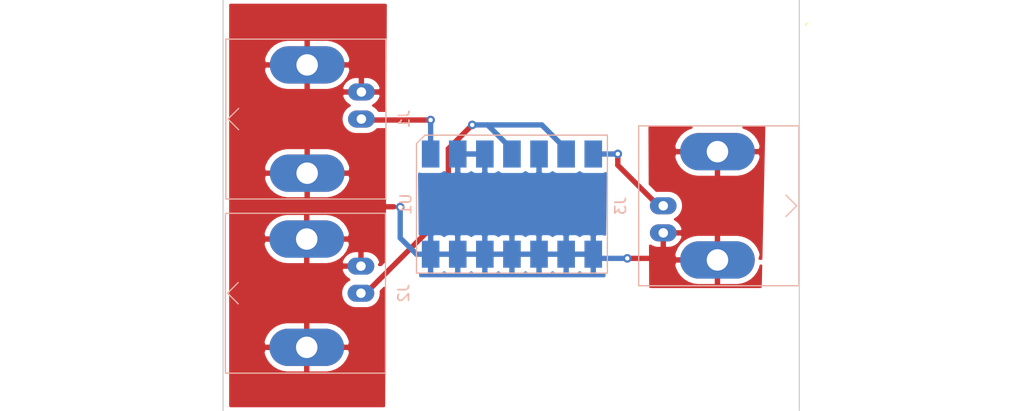
<source format=kicad_pcb>
(kicad_pcb (version 20171130) (host pcbnew "(5.1.4)-1")

  (general
    (thickness 1.6)
    (drawings 6)
    (tracks 39)
    (zones 0)
    (modules 4)
    (nets 5)
  )

  (page A4)
  (layers
    (0 F.Cu signal)
    (31 B.Cu signal)
    (32 B.Adhes user hide)
    (33 F.Adhes user hide)
    (34 B.Paste user hide)
    (35 F.Paste user hide)
    (36 B.SilkS user hide)
    (37 F.SilkS user hide)
    (38 B.Mask user hide)
    (39 F.Mask user hide)
    (40 Dwgs.User user hide)
    (41 Cmts.User user hide)
    (42 Eco1.User user hide)
    (43 Eco2.User user hide)
    (44 Edge.Cuts user hide)
    (45 Margin user hide)
    (46 B.CrtYd user hide)
    (47 F.CrtYd user hide)
    (48 B.Fab user hide)
    (49 F.Fab user hide)
  )

  (setup
    (last_trace_width 0.5)
    (trace_clearance 0.2)
    (zone_clearance 0.508)
    (zone_45_only no)
    (trace_min 0.2)
    (via_size 0.8)
    (via_drill 0.4)
    (via_min_size 0.4)
    (via_min_drill 0.3)
    (uvia_size 0.3)
    (uvia_drill 0.1)
    (uvias_allowed no)
    (uvia_min_size 0.2)
    (uvia_min_drill 0.1)
    (edge_width 0.05)
    (segment_width 0.2)
    (pcb_text_width 0.3)
    (pcb_text_size 1.5 1.5)
    (mod_edge_width 0.12)
    (mod_text_size 1 1)
    (mod_text_width 0.15)
    (pad_size 1.524 1.524)
    (pad_drill 0.762)
    (pad_to_mask_clearance 0.051)
    (solder_mask_min_width 0.25)
    (aux_axis_origin 0 0)
    (visible_elements 7FFFFFFF)
    (pcbplotparams
      (layerselection 0x01000_ffffffff)
      (usegerberextensions false)
      (usegerberattributes false)
      (usegerberadvancedattributes false)
      (creategerberjobfile false)
      (excludeedgelayer true)
      (linewidth 0.100000)
      (plotframeref false)
      (viasonmask false)
      (mode 1)
      (useauxorigin false)
      (hpglpennumber 1)
      (hpglpenspeed 20)
      (hpglpendiameter 15.000000)
      (psnegative false)
      (psa4output false)
      (plotreference true)
      (plotvalue true)
      (plotinvisibletext false)
      (padsonsilk false)
      (subtractmaskfromsilk false)
      (outputformat 1)
      (mirror false)
      (drillshape 0)
      (scaleselection 1)
      (outputdirectory ""))
  )

  (net 0 "")
  (net 1 GND)
  (net 2 "Net-(J1-Pad1)")
  (net 3 "Net-(J2-Pad1)")
  (net 4 "Net-(J3-Pad1)")

  (net_class Default "Dies ist die voreingestellte Netzklasse."
    (clearance 0.2)
    (trace_width 0.5)
    (via_dia 0.8)
    (via_drill 0.4)
    (uvia_dia 0.3)
    (uvia_drill 0.1)
    (add_net GND)
    (add_net "Net-(J1-Pad1)")
    (add_net "Net-(J2-Pad1)")
    (add_net "Net-(J3-Pad1)")
  )

  (net_class Fett ""
    (clearance 0.5)
    (trace_width 1)
    (via_dia 0.8)
    (via_drill 0.4)
    (uvia_dia 0.3)
    (uvia_drill 0.1)
  )

  (module Connector_Coaxial:BNC_Amphenol_B6252HB-NPP3G-50_Horizontal (layer B.Cu) (tedit 5C13907B) (tstamp 5DA9FF59)
    (at 102.96 71.39 270)
    (descr http://www.farnell.com/datasheets/612848.pdf)
    (tags "BNC Amphenol Horizontal")
    (path /5D9DFAB3)
    (fp_text reference J1 (at 0 -4 270) (layer B.SilkS)
      (effects (font (size 1 1) (thickness 0.15)) (justify mirror))
    )
    (fp_text value Conn_Coaxial (at 0 -6 90) (layer B.Fab)
      (effects (font (size 1 1) (thickness 0.15)) (justify mirror))
    )
    (fp_line (start -5 20) (end 5 21) (layer B.Fab) (width 0.1))
    (fp_line (start -5 19) (end 5 20) (layer B.Fab) (width 0.1))
    (fp_line (start -5 18) (end 5 19) (layer B.Fab) (width 0.1))
    (fp_line (start -5 17) (end 5 18) (layer B.Fab) (width 0.1))
    (fp_line (start -5 16) (end 5 17) (layer B.Fab) (width 0.1))
    (fp_line (start -5 15) (end 5 16) (layer B.Fab) (width 0.1))
    (fp_circle (center 0 28.07) (end 1 28.07) (layer B.Fab) (width 0.1))
    (fp_line (start 4.8 21.4) (end 4.8 33.3) (layer B.Fab) (width 0.1))
    (fp_line (start 4.8 33.3) (end -4.8 33.3) (layer B.Fab) (width 0.1))
    (fp_line (start -4.8 33.3) (end -4.8 21.4) (layer B.Fab) (width 0.1))
    (fp_line (start 6.35 12.7) (end 6.35 21.4) (layer B.Fab) (width 0.1))
    (fp_line (start 6.35 21.4) (end -6.35 21.4) (layer B.Fab) (width 0.1))
    (fp_line (start -6.35 21.4) (end -6.35 12.7) (layer B.Fab) (width 0.1))
    (fp_line (start -7.35 -2.2) (end 7.35 -2.2) (layer B.Fab) (width 0.1))
    (fp_line (start 7.35 -2.2) (end 7.35 12.7) (layer B.Fab) (width 0.1))
    (fp_line (start 7.35 12.7) (end -7.35 12.7) (layer B.Fab) (width 0.1))
    (fp_line (start -7.35 12.7) (end -7.35 -2.2) (layer B.Fab) (width 0.1))
    (fp_text user %R (at 0 0 270) (layer B.Fab)
      (effects (font (size 1 1) (thickness 0.15)) (justify mirror))
    )
    (fp_line (start -5 14) (end 5 15) (layer B.Fab) (width 0.1))
    (fp_line (start -7.5 12.7) (end 7.5 12.7) (layer B.SilkS) (width 0.12))
    (fp_line (start 7.5 12.7) (end 7.5 -2.3) (layer B.SilkS) (width 0.12))
    (fp_line (start 7.5 -2.3) (end -7.5 -2.3) (layer B.SilkS) (width 0.12))
    (fp_line (start -7.5 -2.3) (end -7.5 12.7) (layer B.SilkS) (width 0.12))
    (fp_line (start -7.85 -2.7) (end 7.85 -2.7) (layer B.CrtYd) (width 0.05))
    (fp_line (start -7.85 -2.7) (end -7.85 33.8) (layer B.CrtYd) (width 0.05))
    (fp_line (start 7.85 33.8) (end -7.85 33.8) (layer B.CrtYd) (width 0.05))
    (fp_line (start 7.85 -2.7) (end 7.85 33.8) (layer B.CrtYd) (width 0.05))
    (fp_line (start 0 12.5) (end -1 11.5) (layer B.SilkS) (width 0.12))
    (fp_line (start 0 12.5) (end 1 11.5) (layer B.SilkS) (width 0.12))
    (pad 2 thru_hole oval (at -5.08 5.08 270) (size 3.5 7) (drill 2.01) (layers *.Cu *.Mask)
      (net 1 GND))
    (pad 2 thru_hole oval (at 5.08 5.08 270) (size 3.5 7) (drill 2.01) (layers *.Cu *.Mask)
      (net 1 GND))
    (pad 1 thru_hole oval (at 0 0 270) (size 1.6 2.5) (drill 0.89) (layers *.Cu *.Mask)
      (net 2 "Net-(J1-Pad1)"))
    (pad 2 thru_hole oval (at -2.54 0 270) (size 1.6 2.5) (drill 0.89) (layers *.Cu *.Mask)
      (net 1 GND))
    (model ${KISYS3DMOD}/Connector_Coaxial.3dshapes/BNC_Amphenol_B6252HB-NPP3G-50_Horizontal.wrl
      (at (xyz 0 0 0))
      (scale (xyz 1 1 1))
      (rotate (xyz 0 0 0))
    )
  )

  (module Connector_Coaxial:BNC_Amphenol_B6252HB-NPP3G-50_Horizontal (layer B.Cu) (tedit 5C13907B) (tstamp 5DAA0056)
    (at 102.92 87.73 270)
    (descr http://www.farnell.com/datasheets/612848.pdf)
    (tags "BNC Amphenol Horizontal")
    (path /5D9E1838)
    (fp_text reference J2 (at 0 -4 270) (layer B.SilkS)
      (effects (font (size 1 1) (thickness 0.15)) (justify mirror))
    )
    (fp_text value Conn_Coaxial (at 0 -6 90) (layer B.Fab)
      (effects (font (size 1 1) (thickness 0.15)) (justify mirror))
    )
    (fp_line (start 0 12.5) (end 1 11.5) (layer B.SilkS) (width 0.12))
    (fp_line (start 0 12.5) (end -1 11.5) (layer B.SilkS) (width 0.12))
    (fp_line (start 7.85 -2.7) (end 7.85 33.8) (layer B.CrtYd) (width 0.05))
    (fp_line (start 7.85 33.8) (end -7.85 33.8) (layer B.CrtYd) (width 0.05))
    (fp_line (start -7.85 -2.7) (end -7.85 33.8) (layer B.CrtYd) (width 0.05))
    (fp_line (start -7.85 -2.7) (end 7.85 -2.7) (layer B.CrtYd) (width 0.05))
    (fp_line (start -7.5 -2.3) (end -7.5 12.7) (layer B.SilkS) (width 0.12))
    (fp_line (start 7.5 -2.3) (end -7.5 -2.3) (layer B.SilkS) (width 0.12))
    (fp_line (start 7.5 12.7) (end 7.5 -2.3) (layer B.SilkS) (width 0.12))
    (fp_line (start -7.5 12.7) (end 7.5 12.7) (layer B.SilkS) (width 0.12))
    (fp_line (start -5 14) (end 5 15) (layer B.Fab) (width 0.1))
    (fp_text user %R (at 0 0 270) (layer B.Fab)
      (effects (font (size 1 1) (thickness 0.15)) (justify mirror))
    )
    (fp_line (start -7.35 12.7) (end -7.35 -2.2) (layer B.Fab) (width 0.1))
    (fp_line (start 7.35 12.7) (end -7.35 12.7) (layer B.Fab) (width 0.1))
    (fp_line (start 7.35 -2.2) (end 7.35 12.7) (layer B.Fab) (width 0.1))
    (fp_line (start -7.35 -2.2) (end 7.35 -2.2) (layer B.Fab) (width 0.1))
    (fp_line (start -6.35 21.4) (end -6.35 12.7) (layer B.Fab) (width 0.1))
    (fp_line (start 6.35 21.4) (end -6.35 21.4) (layer B.Fab) (width 0.1))
    (fp_line (start 6.35 12.7) (end 6.35 21.4) (layer B.Fab) (width 0.1))
    (fp_line (start -4.8 33.3) (end -4.8 21.4) (layer B.Fab) (width 0.1))
    (fp_line (start 4.8 33.3) (end -4.8 33.3) (layer B.Fab) (width 0.1))
    (fp_line (start 4.8 21.4) (end 4.8 33.3) (layer B.Fab) (width 0.1))
    (fp_circle (center 0 28.07) (end 1 28.07) (layer B.Fab) (width 0.1))
    (fp_line (start -5 15) (end 5 16) (layer B.Fab) (width 0.1))
    (fp_line (start -5 16) (end 5 17) (layer B.Fab) (width 0.1))
    (fp_line (start -5 17) (end 5 18) (layer B.Fab) (width 0.1))
    (fp_line (start -5 18) (end 5 19) (layer B.Fab) (width 0.1))
    (fp_line (start -5 19) (end 5 20) (layer B.Fab) (width 0.1))
    (fp_line (start -5 20) (end 5 21) (layer B.Fab) (width 0.1))
    (pad 2 thru_hole oval (at -2.54 0 270) (size 1.6 2.5) (drill 0.89) (layers *.Cu *.Mask)
      (net 1 GND))
    (pad 1 thru_hole oval (at 0 0 270) (size 1.6 2.5) (drill 0.89) (layers *.Cu *.Mask)
      (net 3 "Net-(J2-Pad1)"))
    (pad 2 thru_hole oval (at 5.08 5.08 270) (size 3.5 7) (drill 2.01) (layers *.Cu *.Mask)
      (net 1 GND))
    (pad 2 thru_hole oval (at -5.08 5.08 270) (size 3.5 7) (drill 2.01) (layers *.Cu *.Mask)
      (net 1 GND))
    (model ${KISYS3DMOD}/Connector_Coaxial.3dshapes/BNC_Amphenol_B6252HB-NPP3G-50_Horizontal.wrl
      (at (xyz 0 0 0))
      (scale (xyz 1 1 1))
      (rotate (xyz 0 0 0))
    )
  )

  (module Connector_Coaxial:BNC_Amphenol_B6252HB-NPP3G-50_Horizontal (layer B.Cu) (tedit 5C13907B) (tstamp 5DA9F5A9)
    (at 131.25 79.53 90)
    (descr http://www.farnell.com/datasheets/612848.pdf)
    (tags "BNC Amphenol Horizontal")
    (path /5D9E2B88)
    (fp_text reference J3 (at 0 -4 270) (layer B.SilkS)
      (effects (font (size 1 1) (thickness 0.15)) (justify mirror))
    )
    (fp_text value Conn_Coaxial (at 0 -6 90) (layer B.Fab)
      (effects (font (size 1 1) (thickness 0.15)) (justify mirror))
    )
    (fp_line (start -5 20) (end 5 21) (layer B.Fab) (width 0.1))
    (fp_line (start -5 19) (end 5 20) (layer B.Fab) (width 0.1))
    (fp_line (start -5 18) (end 5 19) (layer B.Fab) (width 0.1))
    (fp_line (start -5 17) (end 5 18) (layer B.Fab) (width 0.1))
    (fp_line (start -5 16) (end 5 17) (layer B.Fab) (width 0.1))
    (fp_line (start -5 15) (end 5 16) (layer B.Fab) (width 0.1))
    (fp_circle (center 0 28.07) (end 1 28.07) (layer B.Fab) (width 0.1))
    (fp_line (start 4.8 21.4) (end 4.8 33.3) (layer B.Fab) (width 0.1))
    (fp_line (start 4.8 33.3) (end -4.8 33.3) (layer B.Fab) (width 0.1))
    (fp_line (start -4.8 33.3) (end -4.8 21.4) (layer B.Fab) (width 0.1))
    (fp_line (start 6.35 12.7) (end 6.35 21.4) (layer B.Fab) (width 0.1))
    (fp_line (start 6.35 21.4) (end -6.35 21.4) (layer B.Fab) (width 0.1))
    (fp_line (start -6.35 21.4) (end -6.35 12.7) (layer B.Fab) (width 0.1))
    (fp_line (start -7.35 -2.2) (end 7.35 -2.2) (layer B.Fab) (width 0.1))
    (fp_line (start 7.35 -2.2) (end 7.35 12.7) (layer B.Fab) (width 0.1))
    (fp_line (start 7.35 12.7) (end -7.35 12.7) (layer B.Fab) (width 0.1))
    (fp_line (start -7.35 12.7) (end -7.35 -2.2) (layer B.Fab) (width 0.1))
    (fp_text user %R (at 0 0 270) (layer B.Fab)
      (effects (font (size 1 1) (thickness 0.15)) (justify mirror))
    )
    (fp_line (start -5 14) (end 5 15) (layer B.Fab) (width 0.1))
    (fp_line (start -7.5 12.7) (end 7.5 12.7) (layer B.SilkS) (width 0.12))
    (fp_line (start 7.5 12.7) (end 7.5 -2.3) (layer B.SilkS) (width 0.12))
    (fp_line (start 7.5 -2.3) (end -7.5 -2.3) (layer B.SilkS) (width 0.12))
    (fp_line (start -7.5 -2.3) (end -7.5 12.7) (layer B.SilkS) (width 0.12))
    (fp_line (start -7.85 -2.7) (end 7.85 -2.7) (layer B.CrtYd) (width 0.05))
    (fp_line (start -7.85 -2.7) (end -7.85 33.8) (layer B.CrtYd) (width 0.05))
    (fp_line (start 7.85 33.8) (end -7.85 33.8) (layer B.CrtYd) (width 0.05))
    (fp_line (start 7.85 -2.7) (end 7.85 33.8) (layer B.CrtYd) (width 0.05))
    (fp_line (start 0 12.5) (end -1 11.5) (layer B.SilkS) (width 0.12))
    (fp_line (start 0 12.5) (end 1 11.5) (layer B.SilkS) (width 0.12))
    (pad 2 thru_hole oval (at -5.08 5.08 90) (size 3.5 7) (drill 2.01) (layers *.Cu *.Mask)
      (net 1 GND))
    (pad 2 thru_hole oval (at 5.08 5.08 90) (size 3.5 7) (drill 2.01) (layers *.Cu *.Mask)
      (net 1 GND))
    (pad 1 thru_hole oval (at 0 0 90) (size 1.6 2.5) (drill 0.89) (layers *.Cu *.Mask)
      (net 4 "Net-(J3-Pad1)"))
    (pad 2 thru_hole oval (at -2.54 0 90) (size 1.6 2.5) (drill 0.89) (layers *.Cu *.Mask)
      (net 1 GND))
    (model ${KISYS3DMOD}/Connector_Coaxial.3dshapes/BNC_Amphenol_B6252HB-NPP3G-50_Horizontal.wrl
      (at (xyz 0 0 0))
      (scale (xyz 1 1 1))
      (rotate (xyz 0 0 0))
    )
  )

  (module PCB_Phaseschifter:PhaseSOIC-14 (layer B.Cu) (tedit 5D7A1ACA) (tstamp 5DA9F652)
    (at 117.07 79.37)
    (path /5D9DED1D)
    (attr smd)
    (fp_text reference U1 (at -9.945 0 -90) (layer B.SilkS)
      (effects (font (size 1 1) (thickness 0.15)) (justify mirror))
    )
    (fp_text value jsphs661+_JSPHS661+ (at 0 0) (layer B.Fab)
      (effects (font (size 1 1) (thickness 0.15)) (justify mirror))
    )
    (fp_line (start -8.145 -6.47) (end -8.945 -5.67) (layer B.SilkS) (width 0.12))
    (fp_line (start -8.945 -5.67) (end -8.945 6.47) (layer B.SilkS) (width 0.12))
    (fp_line (start -8.945 6.47) (end 8.945 6.47) (layer B.SilkS) (width 0.12))
    (fp_line (start 8.945 6.47) (end 8.945 -6.47) (layer B.SilkS) (width 0.12))
    (fp_line (start 8.945 -6.47) (end -8.145 -6.47) (layer B.SilkS) (width 0.12))
    (fp_line (start -8.7 6.22) (end 8.7 6.22) (layer B.CrtYd) (width 0.05))
    (fp_line (start 8.7 6.22) (end 8.7 -6.22) (layer B.CrtYd) (width 0.05))
    (fp_line (start 8.7 -6.22) (end -8.7 -6.22) (layer B.CrtYd) (width 0.05))
    (fp_line (start -8.7 -6.22) (end -8.7 6.22) (layer B.CrtYd) (width 0.05))
    (pad 14 smd rect (at -7.62 4.7) (size 1.65 2.54) (layers B.Cu B.Paste B.Mask)
      (net 1 GND))
    (pad 1 smd rect (at -7.62 -4.7) (size 1.65 2.54) (layers B.Cu B.Paste B.Mask)
      (net 2 "Net-(J1-Pad1)"))
    (pad 13 smd rect (at -5.08 4.7) (size 1.65 2.54) (layers B.Cu B.Paste B.Mask)
      (net 1 GND))
    (pad 2 smd rect (at -5.08 -4.7) (size 1.65 2.54) (layers B.Cu B.Paste B.Mask)
      (net 1 GND))
    (pad 12 smd rect (at -2.54 4.7) (size 1.65 2.54) (layers B.Cu B.Paste B.Mask)
      (net 1 GND))
    (pad 3 smd rect (at -2.54 -4.7) (size 1.65 2.54) (layers B.Cu B.Paste B.Mask)
      (net 1 GND))
    (pad 11 smd rect (at 0 4.7) (size 1.65 2.54) (layers B.Cu B.Paste B.Mask)
      (net 1 GND))
    (pad 4 smd rect (at 0 -4.7) (size 1.65 2.54) (layers B.Cu B.Paste B.Mask)
      (net 3 "Net-(J2-Pad1)"))
    (pad 10 smd rect (at 2.54 4.7) (size 1.65 2.54) (layers B.Cu B.Paste B.Mask)
      (net 1 GND))
    (pad 5 smd rect (at 2.54 -4.7) (size 1.65 2.54) (layers B.Cu B.Paste B.Mask)
      (net 1 GND))
    (pad 9 smd rect (at 5.08 4.7) (size 1.65 2.54) (layers B.Cu B.Paste B.Mask)
      (net 1 GND))
    (pad 6 smd rect (at 5.08 -4.7) (size 1.65 2.54) (layers B.Cu B.Paste B.Mask)
      (net 3 "Net-(J2-Pad1)"))
    (pad 8 smd rect (at 7.62 4.7) (size 1.65 2.54) (layers B.Cu B.Paste B.Mask)
      (net 1 GND))
    (pad 7 smd rect (at 7.62 -4.7) (size 1.65 2.54) (layers B.Cu B.Paste B.Mask)
      (net 4 "Net-(J3-Pad1)"))
  )

  (gr_line (start 144 60) (end 144 99) (layer Edge.Cuts) (width 0.12))
  (gr_line (start 90 99) (end 144 99) (layer Edge.Cuts) (width 0.12))
  (gr_line (start 90 60) (end 90 99) (layer Edge.Cuts) (width 0.12) (tstamp 5DA9FE7F))
  (gr_line (start 144.78 62.39) (end 144.56 62.61) (layer F.SilkS) (width 0.12))
  (gr_line (start 144.62 62.45) (end 144.78 62.39) (layer F.SilkS) (width 0.12))
  (gr_line (start 90 60) (end 144 60) (layer Edge.Cuts) (width 0.12))

  (via (at 127.88 84.46) (size 0.8) (drill 0.4) (layers F.Cu B.Cu) (net 1))
  (via (at 106.6 79.65) (size 0.8) (drill 0.4) (layers F.Cu B.Cu) (net 1))
  (segment (start 106.034315 79.65) (end 106.004315 79.62) (width 0.25) (layer F.Cu) (net 1))
  (segment (start 106.6 79.65) (end 106.034315 79.65) (width 0.25) (layer F.Cu) (net 1))
  (segment (start 106.004315 79.62) (end 104.11 79.62) (width 0.5) (layer F.Cu) (net 1))
  (segment (start 127.88 84.46) (end 130.86 84.46) (width 0.5) (layer F.Cu) (net 1))
  (segment (start 127.88 84.46) (end 126.37 84.46) (width 0.25) (layer B.Cu) (net 1))
  (segment (start 97.88 76.47) (end 99.97 76.47) (width 0.25) (layer F.Cu) (net 1))
  (segment (start 125.08 84.46) (end 124.69 84.07) (width 0.5) (layer B.Cu) (net 1))
  (segment (start 127.88 84.46) (end 125.08 84.46) (width 0.5) (layer B.Cu) (net 1))
  (segment (start 108.125 84.07) (end 109.45 84.07) (width 0.5) (layer B.Cu) (net 1))
  (segment (start 106.6 82.545) (end 108.125 84.07) (width 0.5) (layer B.Cu) (net 1))
  (segment (start 106.6 79.65) (end 106.6 82.545) (width 0.5) (layer B.Cu) (net 1))
  (segment (start 103.41 71.39) (end 102.96 71.39) (width 0.25) (layer F.Cu) (net 2))
  (segment (start 109.45 71.48) (end 109.45 71.23) (width 0.25) (layer B.Cu) (net 2) (tstamp 5DCEC3CF))
  (via (at 109.45 71.48) (size 0.8) (drill 0.4) (layers F.Cu B.Cu) (net 2))
  (segment (start 103.05 71.48) (end 102.96 71.39) (width 0.5) (layer F.Cu) (net 2))
  (segment (start 109.45 71.48) (end 103.05 71.48) (width 0.5) (layer F.Cu) (net 2))
  (segment (start 109.45 71.48) (end 109.45 74.67) (width 0.5) (layer B.Cu) (net 2))
  (segment (start 102.92 87.73) (end 103.37 87.73) (width 0.5) (layer F.Cu) (net 3))
  (segment (start 103.37 87.73) (end 111.11 79.99) (width 0.5) (layer F.Cu) (net 3))
  (segment (start 111.11 79.99) (end 111.11 74.18) (width 0.5) (layer F.Cu) (net 3))
  (segment (start 111.11 74.18) (end 113.35 71.94) (width 0.5) (layer F.Cu) (net 3))
  (segment (start 113.35 71.94) (end 113.35 71.94) (width 0.5) (layer F.Cu) (net 3) (tstamp 5DD54DE7))
  (via (at 113.35 71.94) (size 0.8) (drill 0.4) (layers F.Cu B.Cu) (net 3))
  (segment (start 117.07 74.225) (end 117.07 74.67) (width 0.5) (layer B.Cu) (net 3))
  (segment (start 114.785 71.94) (end 117.07 74.225) (width 0.5) (layer B.Cu) (net 3))
  (segment (start 113.35 71.94) (end 114.785 71.94) (width 0.5) (layer B.Cu) (net 3))
  (segment (start 122.15 74.225) (end 122.15 74.67) (width 0.5) (layer B.Cu) (net 3))
  (segment (start 119.865 71.94) (end 122.15 74.225) (width 0.5) (layer B.Cu) (net 3))
  (segment (start 114.785 71.94) (end 119.865 71.94) (width 0.5) (layer B.Cu) (net 3))
  (segment (start 126.99 74.66) (end 126.99 74.66) (width 0.5) (layer B.Cu) (net 4) (tstamp 5DCEC3C0))
  (via (at 126.99 74.66) (size 0.8) (drill 0.4) (layers F.Cu B.Cu) (net 4))
  (segment (start 126.99 75.225685) (end 126.99 74.66) (width 0.5) (layer F.Cu) (net 4))
  (segment (start 126.99 75.72) (end 126.99 75.225685) (width 0.5) (layer F.Cu) (net 4))
  (segment (start 130.8 79.53) (end 126.99 75.72) (width 0.5) (layer F.Cu) (net 4))
  (segment (start 131.25 79.53) (end 130.8 79.53) (width 0.5) (layer F.Cu) (net 4))
  (segment (start 126.98 74.67) (end 126.99 74.66) (width 0.5) (layer B.Cu) (net 4))
  (segment (start 124.69 74.67) (end 126.98 74.67) (width 0.5) (layer B.Cu) (net 4))

  (zone (net 1) (net_name GND) (layer F.Cu) (tstamp 5DD54782) (hatch edge 0.508)
    (connect_pads (clearance 0.508))
    (min_thickness 0.254)
    (fill yes (arc_segments 32) (thermal_gap 0.508) (thermal_bridge_width 0.508))
    (polygon
      (pts
        (xy 90.19 60.22) (xy 105.35 60.22) (xy 105.19 98.78) (xy 90.19 98.71)
      )
    )
    (filled_polygon
      (pts
        (xy 105.179949 70.595) (xy 104.612193 70.595) (xy 104.608932 70.588899) (xy 104.429608 70.370392) (xy 104.211101 70.191068)
        (xy 104.083259 70.122735) (xy 104.312839 69.972601) (xy 104.5145 69.774895) (xy 104.673715 69.541646) (xy 104.784367 69.281818)
        (xy 104.801904 69.199039) (xy 104.679915 68.977) (xy 103.087 68.977) (xy 103.087 68.997) (xy 102.833 68.997)
        (xy 102.833 68.977) (xy 101.240085 68.977) (xy 101.118096 69.199039) (xy 101.135633 69.281818) (xy 101.246285 69.541646)
        (xy 101.4055 69.774895) (xy 101.607161 69.972601) (xy 101.836741 70.122735) (xy 101.708899 70.191068) (xy 101.490392 70.370392)
        (xy 101.311068 70.588899) (xy 101.177818 70.838192) (xy 101.095764 71.108691) (xy 101.068057 71.39) (xy 101.095764 71.671309)
        (xy 101.177818 71.941808) (xy 101.311068 72.191101) (xy 101.490392 72.409608) (xy 101.708899 72.588932) (xy 101.958192 72.722182)
        (xy 102.228691 72.804236) (xy 102.439508 72.825) (xy 103.480492 72.825) (xy 103.691309 72.804236) (xy 103.961808 72.722182)
        (xy 104.211101 72.588932) (xy 104.429608 72.409608) (xy 104.466217 72.365) (xy 105.172605 72.365) (xy 105.121309 84.727112)
        (xy 104.785424 85.062998) (xy 104.639916 85.062998) (xy 104.761904 84.840961) (xy 104.744367 84.758182) (xy 104.633715 84.498354)
        (xy 104.4745 84.265105) (xy 104.272839 84.067399) (xy 104.036483 83.912834) (xy 103.774514 83.80735) (xy 103.497 83.755)
        (xy 103.047 83.755) (xy 103.047 85.063) (xy 103.067 85.063) (xy 103.067 85.317) (xy 103.047 85.317)
        (xy 103.047 85.337) (xy 102.793 85.337) (xy 102.793 85.317) (xy 101.200085 85.317) (xy 101.078096 85.539039)
        (xy 101.095633 85.621818) (xy 101.206285 85.881646) (xy 101.3655 86.114895) (xy 101.567161 86.312601) (xy 101.796741 86.462735)
        (xy 101.668899 86.531068) (xy 101.450392 86.710392) (xy 101.271068 86.928899) (xy 101.137818 87.178192) (xy 101.055764 87.448691)
        (xy 101.028057 87.73) (xy 101.055764 88.011309) (xy 101.137818 88.281808) (xy 101.271068 88.531101) (xy 101.450392 88.749608)
        (xy 101.668899 88.928932) (xy 101.918192 89.062182) (xy 102.188691 89.144236) (xy 102.399508 89.165) (xy 103.440492 89.165)
        (xy 103.651309 89.144236) (xy 103.921808 89.062182) (xy 104.171101 88.928932) (xy 104.389608 88.749608) (xy 104.568932 88.531101)
        (xy 104.702182 88.281808) (xy 104.784236 88.011309) (xy 104.811943 87.73) (xy 104.794874 87.556704) (xy 105.11088 87.240698)
        (xy 105.06497 98.305) (xy 90.695 98.305) (xy 90.695 93.308003) (xy 93.757573 93.308003) (xy 93.837947 93.605368)
        (xy 94.036388 94.029439) (xy 94.313748 94.406648) (xy 94.659369 94.722498) (xy 95.059968 94.964852) (xy 95.50015 95.124396)
        (xy 95.963 95.195) (xy 97.713 95.195) (xy 97.713 92.937) (xy 97.967 92.937) (xy 97.967 95.195)
        (xy 99.717 95.195) (xy 100.17985 95.124396) (xy 100.620032 94.964852) (xy 101.020631 94.722498) (xy 101.366252 94.406648)
        (xy 101.643612 94.029439) (xy 101.842053 93.605368) (xy 101.922427 93.308003) (xy 101.812625 92.937) (xy 97.967 92.937)
        (xy 97.713 92.937) (xy 93.867375 92.937) (xy 93.757573 93.308003) (xy 90.695 93.308003) (xy 90.695 92.311997)
        (xy 93.757573 92.311997) (xy 93.867375 92.683) (xy 97.713 92.683) (xy 97.713 90.425) (xy 97.967 90.425)
        (xy 97.967 92.683) (xy 101.812625 92.683) (xy 101.922427 92.311997) (xy 101.842053 92.014632) (xy 101.643612 91.590561)
        (xy 101.366252 91.213352) (xy 101.020631 90.897502) (xy 100.620032 90.655148) (xy 100.17985 90.495604) (xy 99.717 90.425)
        (xy 97.967 90.425) (xy 97.713 90.425) (xy 95.963 90.425) (xy 95.50015 90.495604) (xy 95.059968 90.655148)
        (xy 94.659369 90.897502) (xy 94.313748 91.213352) (xy 94.036388 91.590561) (xy 93.837947 92.014632) (xy 93.757573 92.311997)
        (xy 90.695 92.311997) (xy 90.695 83.148003) (xy 93.757573 83.148003) (xy 93.837947 83.445368) (xy 94.036388 83.869439)
        (xy 94.313748 84.246648) (xy 94.659369 84.562498) (xy 95.059968 84.804852) (xy 95.50015 84.964396) (xy 95.963 85.035)
        (xy 97.713 85.035) (xy 97.713 82.777) (xy 97.967 82.777) (xy 97.967 85.035) (xy 99.717 85.035)
        (xy 100.17985 84.964396) (xy 100.520407 84.840961) (xy 101.078096 84.840961) (xy 101.200085 85.063) (xy 102.793 85.063)
        (xy 102.793 83.755) (xy 102.343 83.755) (xy 102.065486 83.80735) (xy 101.803517 83.912834) (xy 101.567161 84.067399)
        (xy 101.3655 84.265105) (xy 101.206285 84.498354) (xy 101.095633 84.758182) (xy 101.078096 84.840961) (xy 100.520407 84.840961)
        (xy 100.620032 84.804852) (xy 101.020631 84.562498) (xy 101.366252 84.246648) (xy 101.643612 83.869439) (xy 101.842053 83.445368)
        (xy 101.922427 83.148003) (xy 101.812625 82.777) (xy 97.967 82.777) (xy 97.713 82.777) (xy 93.867375 82.777)
        (xy 93.757573 83.148003) (xy 90.695 83.148003) (xy 90.695 82.151997) (xy 93.757573 82.151997) (xy 93.867375 82.523)
        (xy 97.713 82.523) (xy 97.713 80.265) (xy 97.967 80.265) (xy 97.967 82.523) (xy 101.812625 82.523)
        (xy 101.922427 82.151997) (xy 101.842053 81.854632) (xy 101.643612 81.430561) (xy 101.366252 81.053352) (xy 101.020631 80.737502)
        (xy 100.620032 80.495148) (xy 100.17985 80.335604) (xy 99.717 80.265) (xy 97.967 80.265) (xy 97.713 80.265)
        (xy 95.963 80.265) (xy 95.50015 80.335604) (xy 95.059968 80.495148) (xy 94.659369 80.737502) (xy 94.313748 81.053352)
        (xy 94.036388 81.430561) (xy 93.837947 81.854632) (xy 93.757573 82.151997) (xy 90.695 82.151997) (xy 90.695 76.968003)
        (xy 93.797573 76.968003) (xy 93.877947 77.265368) (xy 94.076388 77.689439) (xy 94.353748 78.066648) (xy 94.699369 78.382498)
        (xy 95.099968 78.624852) (xy 95.54015 78.784396) (xy 96.003 78.855) (xy 97.753 78.855) (xy 97.753 76.597)
        (xy 98.007 76.597) (xy 98.007 78.855) (xy 99.757 78.855) (xy 100.21985 78.784396) (xy 100.660032 78.624852)
        (xy 101.060631 78.382498) (xy 101.406252 78.066648) (xy 101.683612 77.689439) (xy 101.882053 77.265368) (xy 101.962427 76.968003)
        (xy 101.852625 76.597) (xy 98.007 76.597) (xy 97.753 76.597) (xy 93.907375 76.597) (xy 93.797573 76.968003)
        (xy 90.695 76.968003) (xy 90.695 75.971997) (xy 93.797573 75.971997) (xy 93.907375 76.343) (xy 97.753 76.343)
        (xy 97.753 74.085) (xy 98.007 74.085) (xy 98.007 76.343) (xy 101.852625 76.343) (xy 101.962427 75.971997)
        (xy 101.882053 75.674632) (xy 101.683612 75.250561) (xy 101.406252 74.873352) (xy 101.060631 74.557502) (xy 100.660032 74.315148)
        (xy 100.21985 74.155604) (xy 99.757 74.085) (xy 98.007 74.085) (xy 97.753 74.085) (xy 96.003 74.085)
        (xy 95.54015 74.155604) (xy 95.099968 74.315148) (xy 94.699369 74.557502) (xy 94.353748 74.873352) (xy 94.076388 75.250561)
        (xy 93.877947 75.674632) (xy 93.797573 75.971997) (xy 90.695 75.971997) (xy 90.695 66.808003) (xy 93.797573 66.808003)
        (xy 93.877947 67.105368) (xy 94.076388 67.529439) (xy 94.353748 67.906648) (xy 94.699369 68.222498) (xy 95.099968 68.464852)
        (xy 95.54015 68.624396) (xy 96.003 68.695) (xy 97.753 68.695) (xy 97.753 66.437) (xy 98.007 66.437)
        (xy 98.007 68.695) (xy 99.757 68.695) (xy 100.21985 68.624396) (xy 100.560407 68.500961) (xy 101.118096 68.500961)
        (xy 101.240085 68.723) (xy 102.833 68.723) (xy 102.833 67.415) (xy 103.087 67.415) (xy 103.087 68.723)
        (xy 104.679915 68.723) (xy 104.801904 68.500961) (xy 104.784367 68.418182) (xy 104.673715 68.158354) (xy 104.5145 67.925105)
        (xy 104.312839 67.727399) (xy 104.076483 67.572834) (xy 103.814514 67.46735) (xy 103.537 67.415) (xy 103.087 67.415)
        (xy 102.833 67.415) (xy 102.383 67.415) (xy 102.105486 67.46735) (xy 101.843517 67.572834) (xy 101.607161 67.727399)
        (xy 101.4055 67.925105) (xy 101.246285 68.158354) (xy 101.135633 68.418182) (xy 101.118096 68.500961) (xy 100.560407 68.500961)
        (xy 100.660032 68.464852) (xy 101.060631 68.222498) (xy 101.406252 67.906648) (xy 101.683612 67.529439) (xy 101.882053 67.105368)
        (xy 101.962427 66.808003) (xy 101.852625 66.437) (xy 98.007 66.437) (xy 97.753 66.437) (xy 93.907375 66.437)
        (xy 93.797573 66.808003) (xy 90.695 66.808003) (xy 90.695 65.811997) (xy 93.797573 65.811997) (xy 93.907375 66.183)
        (xy 97.753 66.183) (xy 97.753 63.925) (xy 98.007 63.925) (xy 98.007 66.183) (xy 101.852625 66.183)
        (xy 101.962427 65.811997) (xy 101.882053 65.514632) (xy 101.683612 65.090561) (xy 101.406252 64.713352) (xy 101.060631 64.397502)
        (xy 100.660032 64.155148) (xy 100.21985 63.995604) (xy 99.757 63.925) (xy 98.007 63.925) (xy 97.753 63.925)
        (xy 96.003 63.925) (xy 95.54015 63.995604) (xy 95.099968 64.155148) (xy 94.699369 64.397502) (xy 94.353748 64.713352)
        (xy 94.076388 65.090561) (xy 93.877947 65.514632) (xy 93.797573 65.811997) (xy 90.695 65.811997) (xy 90.695 60.695)
        (xy 105.221028 60.695)
      )
    )
  )
  (zone (net 1) (net_name GND) (layer F.Cu) (tstamp 5DD5477F) (hatch edge 0.508)
    (connect_pads (clearance 0.508))
    (min_thickness 0.254)
    (fill yes (arc_segments 32) (thermal_gap 0.508) (thermal_bridge_width 0.508))
    (polygon
      (pts
        (xy 129.86 72.05) (xy 140.82 72.05) (xy 140.48 87.25) (xy 129.93 87.25)
      )
    )
    (filled_polygon
      (pts
        (xy 133.549968 72.295148) (xy 133.149369 72.537502) (xy 132.803748 72.853352) (xy 132.526388 73.230561) (xy 132.327947 73.654632)
        (xy 132.247573 73.951997) (xy 132.357375 74.323) (xy 136.203 74.323) (xy 136.203 74.303) (xy 136.457 74.303)
        (xy 136.457 74.323) (xy 140.302625 74.323) (xy 140.412427 73.951997) (xy 140.332053 73.654632) (xy 140.133612 73.230561)
        (xy 139.856252 72.853352) (xy 139.510631 72.537502) (xy 139.110032 72.295148) (xy 138.784062 72.177) (xy 140.690128 72.177)
        (xy 140.414862 84.482998) (xy 140.302626 84.482998) (xy 140.412427 84.111997) (xy 140.332053 83.814632) (xy 140.133612 83.390561)
        (xy 139.856252 83.013352) (xy 139.510631 82.697502) (xy 139.110032 82.455148) (xy 138.66985 82.295604) (xy 138.207 82.225)
        (xy 136.457 82.225) (xy 136.457 84.483) (xy 136.477 84.483) (xy 136.477 84.737) (xy 136.457 84.737)
        (xy 136.457 86.995) (xy 138.207 86.995) (xy 138.66985 86.924396) (xy 139.110032 86.764852) (xy 139.510631 86.522498)
        (xy 139.856252 86.206648) (xy 140.133612 85.829439) (xy 140.332053 85.405368) (xy 140.39984 85.154573) (xy 140.355809 87.123)
        (xy 130.056417 87.123) (xy 130.047138 85.108003) (xy 132.247573 85.108003) (xy 132.327947 85.405368) (xy 132.526388 85.829439)
        (xy 132.803748 86.206648) (xy 133.149369 86.522498) (xy 133.549968 86.764852) (xy 133.99015 86.924396) (xy 134.453 86.995)
        (xy 136.203 86.995) (xy 136.203 84.737) (xy 132.357375 84.737) (xy 132.247573 85.108003) (xy 130.047138 85.108003)
        (xy 130.042551 84.111997) (xy 132.247573 84.111997) (xy 132.357375 84.483) (xy 136.203 84.483) (xy 136.203 82.225)
        (xy 134.453 82.225) (xy 133.99015 82.295604) (xy 133.549968 82.455148) (xy 133.149369 82.697502) (xy 132.803748 83.013352)
        (xy 132.526388 83.390561) (xy 132.327947 83.814632) (xy 132.247573 84.111997) (xy 130.042551 84.111997) (xy 130.038743 83.285189)
        (xy 130.133517 83.347166) (xy 130.395486 83.45265) (xy 130.673 83.505) (xy 131.123 83.505) (xy 131.123 82.197)
        (xy 131.377 82.197) (xy 131.377 83.505) (xy 131.827 83.505) (xy 132.104514 83.45265) (xy 132.366483 83.347166)
        (xy 132.602839 83.192601) (xy 132.8045 82.994895) (xy 132.963715 82.761646) (xy 133.074367 82.501818) (xy 133.091904 82.419039)
        (xy 132.969915 82.197) (xy 131.377 82.197) (xy 131.123 82.197) (xy 131.103 82.197) (xy 131.103 81.943)
        (xy 131.123 81.943) (xy 131.123 81.923) (xy 131.377 81.923) (xy 131.377 81.943) (xy 132.969915 81.943)
        (xy 133.091904 81.720961) (xy 133.074367 81.638182) (xy 132.963715 81.378354) (xy 132.8045 81.145105) (xy 132.602839 80.947399)
        (xy 132.373259 80.797265) (xy 132.501101 80.728932) (xy 132.719608 80.549608) (xy 132.898932 80.331101) (xy 133.032182 80.081808)
        (xy 133.114236 79.811309) (xy 133.141943 79.53) (xy 133.114236 79.248691) (xy 133.032182 78.978192) (xy 132.898932 78.728899)
        (xy 132.719608 78.510392) (xy 132.501101 78.331068) (xy 132.251808 78.197818) (xy 131.981309 78.115764) (xy 131.770492 78.095)
        (xy 130.729508 78.095) (xy 130.626704 78.105125) (xy 130.012057 77.490478) (xy 130.000349 74.948003) (xy 132.247573 74.948003)
        (xy 132.327947 75.245368) (xy 132.526388 75.669439) (xy 132.803748 76.046648) (xy 133.149369 76.362498) (xy 133.549968 76.604852)
        (xy 133.99015 76.764396) (xy 134.453 76.835) (xy 136.203 76.835) (xy 136.203 74.577) (xy 136.457 74.577)
        (xy 136.457 76.835) (xy 138.207 76.835) (xy 138.66985 76.764396) (xy 139.110032 76.604852) (xy 139.510631 76.362498)
        (xy 139.856252 76.046648) (xy 140.133612 75.669439) (xy 140.332053 75.245368) (xy 140.412427 74.948003) (xy 140.302625 74.577)
        (xy 136.457 74.577) (xy 136.203 74.577) (xy 132.357375 74.577) (xy 132.247573 74.948003) (xy 130.000349 74.948003)
        (xy 129.987587 72.177) (xy 133.875938 72.177)
      )
    )
  )
  (zone (net 1) (net_name GND) (layer B.Cu) (tstamp 0) (hatch edge 0.508)
    (connect_pads (clearance 0.508))
    (min_thickness 0.254)
    (fill yes (arc_segments 32) (thermal_gap 0.508) (thermal_bridge_width 0.508))
    (polygon
      (pts
        (xy 108.23 73.13) (xy 126.03 72.98) (xy 125.84 86.24) (xy 108.37 86.24)
      )
    )
    (filled_polygon
      (pts
        (xy 112.117 74.543) (xy 114.403 74.543) (xy 114.403 74.523) (xy 114.657 74.523) (xy 114.657 74.543)
        (xy 114.677 74.543) (xy 114.677 74.797) (xy 114.657 74.797) (xy 114.657 76.41625) (xy 114.81575 76.575)
        (xy 115.355 76.578072) (xy 115.479482 76.565812) (xy 115.59918 76.529502) (xy 115.709494 76.470537) (xy 115.8 76.396261)
        (xy 115.890506 76.470537) (xy 116.00082 76.529502) (xy 116.120518 76.565812) (xy 116.245 76.578072) (xy 117.895 76.578072)
        (xy 118.019482 76.565812) (xy 118.13918 76.529502) (xy 118.249494 76.470537) (xy 118.34 76.396261) (xy 118.430506 76.470537)
        (xy 118.54082 76.529502) (xy 118.660518 76.565812) (xy 118.785 76.578072) (xy 119.32425 76.575) (xy 119.483 76.41625)
        (xy 119.483 74.797) (xy 119.463 74.797) (xy 119.463 74.543) (xy 119.483 74.543) (xy 119.483 74.523)
        (xy 119.737 74.523) (xy 119.737 74.543) (xy 119.757 74.543) (xy 119.757 74.797) (xy 119.737 74.797)
        (xy 119.737 76.41625) (xy 119.89575 76.575) (xy 120.435 76.578072) (xy 120.559482 76.565812) (xy 120.67918 76.529502)
        (xy 120.789494 76.470537) (xy 120.88 76.396261) (xy 120.970506 76.470537) (xy 121.08082 76.529502) (xy 121.200518 76.565812)
        (xy 121.325 76.578072) (xy 122.975 76.578072) (xy 123.099482 76.565812) (xy 123.21918 76.529502) (xy 123.329494 76.470537)
        (xy 123.42 76.396261) (xy 123.510506 76.470537) (xy 123.62082 76.529502) (xy 123.740518 76.565812) (xy 123.865 76.578072)
        (xy 125.515 76.578072) (xy 125.639482 76.565812) (xy 125.75918 76.529502) (xy 125.852845 76.479436) (xy 125.770637 82.216622)
        (xy 125.75918 82.210498) (xy 125.639482 82.174188) (xy 125.515 82.161928) (xy 124.97575 82.165) (xy 124.817 82.32375)
        (xy 124.817 83.943) (xy 124.837 83.943) (xy 124.837 84.197) (xy 124.817 84.197) (xy 124.817 85.81625)
        (xy 124.97575 85.975) (xy 125.515 85.978072) (xy 125.639482 85.965812) (xy 125.717254 85.94222) (xy 125.714807 86.113)
        (xy 108.495651 86.113) (xy 108.494058 85.963852) (xy 108.500518 85.965812) (xy 108.625 85.978072) (xy 109.16425 85.975)
        (xy 109.323 85.81625) (xy 109.323 84.197) (xy 109.577 84.197) (xy 109.577 85.81625) (xy 109.73575 85.975)
        (xy 110.275 85.978072) (xy 110.399482 85.965812) (xy 110.51918 85.929502) (xy 110.629494 85.870537) (xy 110.72 85.796261)
        (xy 110.810506 85.870537) (xy 110.92082 85.929502) (xy 111.040518 85.965812) (xy 111.165 85.978072) (xy 111.70425 85.975)
        (xy 111.863 85.81625) (xy 111.863 84.197) (xy 112.117 84.197) (xy 112.117 85.81625) (xy 112.27575 85.975)
        (xy 112.815 85.978072) (xy 112.939482 85.965812) (xy 113.05918 85.929502) (xy 113.169494 85.870537) (xy 113.26 85.796261)
        (xy 113.350506 85.870537) (xy 113.46082 85.929502) (xy 113.580518 85.965812) (xy 113.705 85.978072) (xy 114.24425 85.975)
        (xy 114.403 85.81625) (xy 114.403 84.197) (xy 114.657 84.197) (xy 114.657 85.81625) (xy 114.81575 85.975)
        (xy 115.355 85.978072) (xy 115.479482 85.965812) (xy 115.59918 85.929502) (xy 115.709494 85.870537) (xy 115.8 85.796261)
        (xy 115.890506 85.870537) (xy 116.00082 85.929502) (xy 116.120518 85.965812) (xy 116.245 85.978072) (xy 116.78425 85.975)
        (xy 116.943 85.81625) (xy 116.943 84.197) (xy 117.197 84.197) (xy 117.197 85.81625) (xy 117.35575 85.975)
        (xy 117.895 85.978072) (xy 118.019482 85.965812) (xy 118.13918 85.929502) (xy 118.249494 85.870537) (xy 118.34 85.796261)
        (xy 118.430506 85.870537) (xy 118.54082 85.929502) (xy 118.660518 85.965812) (xy 118.785 85.978072) (xy 119.32425 85.975)
        (xy 119.483 85.81625) (xy 119.483 84.197) (xy 119.737 84.197) (xy 119.737 85.81625) (xy 119.89575 85.975)
        (xy 120.435 85.978072) (xy 120.559482 85.965812) (xy 120.67918 85.929502) (xy 120.789494 85.870537) (xy 120.88 85.796261)
        (xy 120.970506 85.870537) (xy 121.08082 85.929502) (xy 121.200518 85.965812) (xy 121.325 85.978072) (xy 121.86425 85.975)
        (xy 122.023 85.81625) (xy 122.023 84.197) (xy 122.277 84.197) (xy 122.277 85.81625) (xy 122.43575 85.975)
        (xy 122.975 85.978072) (xy 123.099482 85.965812) (xy 123.21918 85.929502) (xy 123.329494 85.870537) (xy 123.42 85.796261)
        (xy 123.510506 85.870537) (xy 123.62082 85.929502) (xy 123.740518 85.965812) (xy 123.865 85.978072) (xy 124.40425 85.975)
        (xy 124.563 85.81625) (xy 124.563 84.197) (xy 122.277 84.197) (xy 122.023 84.197) (xy 119.737 84.197)
        (xy 119.483 84.197) (xy 117.197 84.197) (xy 116.943 84.197) (xy 114.657 84.197) (xy 114.403 84.197)
        (xy 112.117 84.197) (xy 111.863 84.197) (xy 109.577 84.197) (xy 109.323 84.197) (xy 109.303 84.197)
        (xy 109.303 83.943) (xy 109.323 83.943) (xy 109.323 82.32375) (xy 109.577 82.32375) (xy 109.577 83.943)
        (xy 111.863 83.943) (xy 111.863 82.32375) (xy 112.117 82.32375) (xy 112.117 83.943) (xy 114.403 83.943)
        (xy 114.403 82.32375) (xy 114.657 82.32375) (xy 114.657 83.943) (xy 116.943 83.943) (xy 116.943 82.32375)
        (xy 117.197 82.32375) (xy 117.197 83.943) (xy 119.483 83.943) (xy 119.483 82.32375) (xy 119.737 82.32375)
        (xy 119.737 83.943) (xy 122.023 83.943) (xy 122.023 82.32375) (xy 122.277 82.32375) (xy 122.277 83.943)
        (xy 124.563 83.943) (xy 124.563 82.32375) (xy 124.40425 82.165) (xy 123.865 82.161928) (xy 123.740518 82.174188)
        (xy 123.62082 82.210498) (xy 123.510506 82.269463) (xy 123.42 82.343739) (xy 123.329494 82.269463) (xy 123.21918 82.210498)
        (xy 123.099482 82.174188) (xy 122.975 82.161928) (xy 122.43575 82.165) (xy 122.277 82.32375) (xy 122.023 82.32375)
        (xy 121.86425 82.165) (xy 121.325 82.161928) (xy 121.200518 82.174188) (xy 121.08082 82.210498) (xy 120.970506 82.269463)
        (xy 120.88 82.343739) (xy 120.789494 82.269463) (xy 120.67918 82.210498) (xy 120.559482 82.174188) (xy 120.435 82.161928)
        (xy 119.89575 82.165) (xy 119.737 82.32375) (xy 119.483 82.32375) (xy 119.32425 82.165) (xy 118.785 82.161928)
        (xy 118.660518 82.174188) (xy 118.54082 82.210498) (xy 118.430506 82.269463) (xy 118.34 82.343739) (xy 118.249494 82.269463)
        (xy 118.13918 82.210498) (xy 118.019482 82.174188) (xy 117.895 82.161928) (xy 117.35575 82.165) (xy 117.197 82.32375)
        (xy 116.943 82.32375) (xy 116.78425 82.165) (xy 116.245 82.161928) (xy 116.120518 82.174188) (xy 116.00082 82.210498)
        (xy 115.890506 82.269463) (xy 115.8 82.343739) (xy 115.709494 82.269463) (xy 115.59918 82.210498) (xy 115.479482 82.174188)
        (xy 115.355 82.161928) (xy 114.81575 82.165) (xy 114.657 82.32375) (xy 114.403 82.32375) (xy 114.24425 82.165)
        (xy 113.705 82.161928) (xy 113.580518 82.174188) (xy 113.46082 82.210498) (xy 113.350506 82.269463) (xy 113.26 82.343739)
        (xy 113.169494 82.269463) (xy 113.05918 82.210498) (xy 112.939482 82.174188) (xy 112.815 82.161928) (xy 112.27575 82.165)
        (xy 112.117 82.32375) (xy 111.863 82.32375) (xy 111.70425 82.165) (xy 111.165 82.161928) (xy 111.040518 82.174188)
        (xy 110.92082 82.210498) (xy 110.810506 82.269463) (xy 110.72 82.343739) (xy 110.629494 82.269463) (xy 110.51918 82.210498)
        (xy 110.399482 82.174188) (xy 110.275 82.161928) (xy 109.73575 82.165) (xy 109.577 82.32375) (xy 109.323 82.32375)
        (xy 109.16425 82.165) (xy 108.625 82.161928) (xy 108.500518 82.174188) (xy 108.45374 82.188378) (xy 108.393351 76.533303)
        (xy 108.500518 76.565812) (xy 108.625 76.578072) (xy 110.275 76.578072) (xy 110.399482 76.565812) (xy 110.51918 76.529502)
        (xy 110.629494 76.470537) (xy 110.72 76.396261) (xy 110.810506 76.470537) (xy 110.92082 76.529502) (xy 111.040518 76.565812)
        (xy 111.165 76.578072) (xy 111.70425 76.575) (xy 111.863 76.41625) (xy 111.863 74.797) (xy 112.117 74.797)
        (xy 112.117 76.41625) (xy 112.27575 76.575) (xy 112.815 76.578072) (xy 112.939482 76.565812) (xy 113.05918 76.529502)
        (xy 113.169494 76.470537) (xy 113.26 76.396261) (xy 113.350506 76.470537) (xy 113.46082 76.529502) (xy 113.580518 76.565812)
        (xy 113.705 76.578072) (xy 114.24425 76.575) (xy 114.403 76.41625) (xy 114.403 74.797) (xy 112.117 74.797)
        (xy 111.863 74.797) (xy 111.843 74.797) (xy 111.843 74.543) (xy 111.863 74.543) (xy 111.863 74.523)
        (xy 112.117 74.523)
      )
    )
  )
)

</source>
